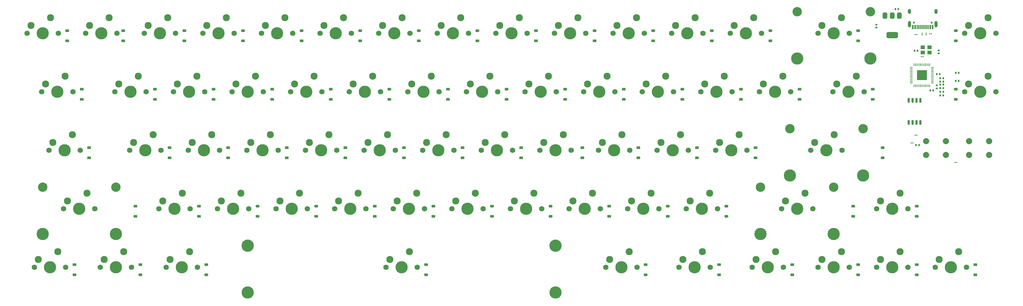
<source format=gbr>
%TF.GenerationSoftware,KiCad,Pcbnew,8.0.2*%
%TF.CreationDate,2024-06-13T00:17:43-07:00*%
%TF.ProjectId,keyboard_pcb,6b657962-6f61-4726-945f-7063622e6b69,1.0*%
%TF.SameCoordinates,Original*%
%TF.FileFunction,Soldermask,Bot*%
%TF.FilePolarity,Negative*%
%FSLAX46Y46*%
G04 Gerber Fmt 4.6, Leading zero omitted, Abs format (unit mm)*
G04 Created by KiCad (PCBNEW 8.0.2) date 2024-06-13 00:17:43*
%MOMM*%
%LPD*%
G01*
G04 APERTURE LIST*
G04 Aperture macros list*
%AMRoundRect*
0 Rectangle with rounded corners*
0 $1 Rounding radius*
0 $2 $3 $4 $5 $6 $7 $8 $9 X,Y pos of 4 corners*
0 Add a 4 corners polygon primitive as box body*
4,1,4,$2,$3,$4,$5,$6,$7,$8,$9,$2,$3,0*
0 Add four circle primitives for the rounded corners*
1,1,$1+$1,$2,$3*
1,1,$1+$1,$4,$5*
1,1,$1+$1,$6,$7*
1,1,$1+$1,$8,$9*
0 Add four rect primitives between the rounded corners*
20,1,$1+$1,$2,$3,$4,$5,0*
20,1,$1+$1,$4,$5,$6,$7,0*
20,1,$1+$1,$6,$7,$8,$9,0*
20,1,$1+$1,$8,$9,$2,$3,0*%
G04 Aperture macros list end*
%ADD10C,1.750000*%
%ADD11C,3.987800*%
%ADD12C,2.300000*%
%ADD13C,3.048000*%
%ADD14C,4.000000*%
%ADD15RoundRect,0.140000X0.140000X0.170000X-0.140000X0.170000X-0.140000X-0.170000X0.140000X-0.170000X0*%
%ADD16RoundRect,0.225000X0.375000X-0.225000X0.375000X0.225000X-0.375000X0.225000X-0.375000X-0.225000X0*%
%ADD17RoundRect,0.140000X-0.140000X-0.170000X0.140000X-0.170000X0.140000X0.170000X-0.140000X0.170000X0*%
%ADD18RoundRect,0.075000X0.125000X0.075000X-0.125000X0.075000X-0.125000X-0.075000X0.125000X-0.075000X0*%
%ADD19RoundRect,0.075000X0.075000X-0.125000X0.075000X0.125000X-0.075000X0.125000X-0.075000X-0.125000X0*%
%ADD20R,1.400000X1.200000*%
%ADD21RoundRect,0.140000X0.170000X-0.140000X0.170000X0.140000X-0.170000X0.140000X-0.170000X-0.140000X0*%
%ADD22RoundRect,0.050000X-0.387500X-0.050000X0.387500X-0.050000X0.387500X0.050000X-0.387500X0.050000X0*%
%ADD23RoundRect,0.050000X-0.050000X-0.387500X0.050000X-0.387500X0.050000X0.387500X-0.050000X0.387500X0*%
%ADD24RoundRect,0.144000X-1.456000X-1.456000X1.456000X-1.456000X1.456000X1.456000X-1.456000X1.456000X0*%
%ADD25RoundRect,0.075000X-0.125000X-0.075000X0.125000X-0.075000X0.125000X0.075000X-0.125000X0.075000X0*%
%ADD26C,2.000000*%
%ADD27RoundRect,0.140000X-0.170000X0.140000X-0.170000X-0.140000X0.170000X-0.140000X0.170000X0.140000X0*%
%ADD28RoundRect,0.375000X-0.375000X0.625000X-0.375000X-0.625000X0.375000X-0.625000X0.375000X0.625000X0*%
%ADD29RoundRect,0.500000X-1.400000X0.500000X-1.400000X-0.500000X1.400000X-0.500000X1.400000X0.500000X0*%
%ADD30RoundRect,0.150000X-0.150000X0.650000X-0.150000X-0.650000X0.150000X-0.650000X0.150000X0.650000X0*%
%ADD31C,0.650000*%
%ADD32R,0.600000X1.450000*%
%ADD33R,0.300000X1.450000*%
%ADD34O,1.000000X1.600000*%
%ADD35O,1.000000X2.100000*%
G04 APERTURE END LIST*
D10*
%TO.C,MX11*%
X242623965Y-96897866D03*
D11*
X247703965Y-96897866D03*
D10*
X252783965Y-96897866D03*
D12*
X243893965Y-94357866D03*
X250243965Y-91817866D03*
%TD*%
D10*
%TO.C,MX18*%
X99748965Y-115947866D03*
D11*
X104828965Y-115947866D03*
D10*
X109908965Y-115947866D03*
D12*
X101018965Y-113407866D03*
X107368965Y-110867866D03*
%TD*%
D10*
%TO.C,MX8*%
X185473965Y-96897866D03*
D11*
X190553965Y-96897866D03*
D10*
X195633965Y-96897866D03*
D12*
X186743965Y-94357866D03*
X193093965Y-91817866D03*
%TD*%
D10*
%TO.C,MX65*%
X328348965Y-173097866D03*
D11*
X333428965Y-173097866D03*
D10*
X338508965Y-173097866D03*
D12*
X329618965Y-170557866D03*
X335968965Y-168017866D03*
%TD*%
D13*
%TO.C,S1*%
X302472715Y-89912866D03*
D11*
X302472715Y-105152866D03*
D13*
X326285215Y-89912866D03*
D11*
X326285215Y-105152866D03*
%TD*%
D10*
%TO.C,MX29*%
X314061465Y-115947866D03*
D11*
X319141465Y-115947866D03*
D10*
X324221465Y-115947866D03*
D12*
X315331465Y-113407866D03*
X321681465Y-110867866D03*
%TD*%
D10*
%TO.C,MX14*%
X309298965Y-96897866D03*
D11*
X314378965Y-96897866D03*
D10*
X319458965Y-96897866D03*
D12*
X310568965Y-94357866D03*
X316918965Y-91817866D03*
%TD*%
D10*
%TO.C,MX43*%
X306917715Y-134997866D03*
D11*
X311997715Y-134997866D03*
D10*
X317077715Y-134997866D03*
D12*
X308187715Y-132457866D03*
X314537715Y-129917866D03*
%TD*%
D10*
%TO.C,MX48*%
X152136465Y-154047866D03*
D11*
X157216465Y-154047866D03*
D10*
X162296465Y-154047866D03*
D12*
X153406465Y-151507866D03*
X159756465Y-148967866D03*
%TD*%
D13*
%TO.C,S4*%
X290566465Y-147062866D03*
D11*
X290566465Y-162302866D03*
D13*
X314378965Y-147062866D03*
D11*
X314378965Y-162302866D03*
%TD*%
D10*
%TO.C,MX15*%
X356923965Y-96897866D03*
D11*
X362003965Y-96897866D03*
D10*
X367083965Y-96897866D03*
D12*
X358193965Y-94357866D03*
X364543965Y-91817866D03*
%TD*%
D10*
%TO.C,MX49*%
X171186465Y-154047866D03*
D11*
X176266465Y-154047866D03*
D10*
X181346465Y-154047866D03*
D12*
X172456465Y-151507866D03*
X178806465Y-148967866D03*
%TD*%
D10*
%TO.C,MX59*%
X97367715Y-173097866D03*
D11*
X102447715Y-173097866D03*
D10*
X107527715Y-173097866D03*
D12*
X98637715Y-170557866D03*
X104987715Y-168017866D03*
%TD*%
D10*
%TO.C,MX3*%
X90223965Y-96897866D03*
D11*
X95303965Y-96897866D03*
D10*
X100383965Y-96897866D03*
D12*
X91493965Y-94357866D03*
X97843965Y-91817866D03*
%TD*%
D14*
%TO.C,S5*%
X123878965Y-166112866D03*
D11*
X123878965Y-181352866D03*
D14*
X223891465Y-166112866D03*
D11*
X223891465Y-181352866D03*
%TD*%
D10*
%TO.C,MX55*%
X297392715Y-154047866D03*
D11*
X302472715Y-154047866D03*
D10*
X307552715Y-154047866D03*
D12*
X298662715Y-151507866D03*
X305012715Y-148967866D03*
%TD*%
D10*
%TO.C,MX27*%
X271198965Y-115947866D03*
D11*
X276278965Y-115947866D03*
D10*
X281358965Y-115947866D03*
D12*
X272468965Y-113407866D03*
X278818965Y-110867866D03*
%TD*%
D10*
%TO.C,MX50*%
X190236465Y-154047866D03*
D11*
X195316465Y-154047866D03*
D10*
X200396465Y-154047866D03*
D12*
X191506465Y-151507866D03*
X197856465Y-148967866D03*
%TD*%
D10*
%TO.C,MX25*%
X233098965Y-115947866D03*
D11*
X238178965Y-115947866D03*
D10*
X243258965Y-115947866D03*
D12*
X234368965Y-113407866D03*
X240718965Y-110867866D03*
%TD*%
D10*
%TO.C,MX7*%
X166423965Y-96897866D03*
D11*
X171503965Y-96897866D03*
D10*
X176583965Y-96897866D03*
D12*
X167693965Y-94357866D03*
X174043965Y-91817866D03*
%TD*%
D10*
%TO.C,MX61*%
X240242715Y-173097866D03*
D11*
X245322715Y-173097866D03*
D10*
X250402715Y-173097866D03*
D12*
X241512715Y-170557866D03*
X247862715Y-168017866D03*
%TD*%
D10*
%TO.C,MX36*%
X161661465Y-134997866D03*
D11*
X166741465Y-134997866D03*
D10*
X171821465Y-134997866D03*
D12*
X162931465Y-132457866D03*
X169281465Y-129917866D03*
%TD*%
D10*
%TO.C,MX1*%
X52123965Y-96897866D03*
D11*
X57203965Y-96897866D03*
D10*
X62283965Y-96897866D03*
D12*
X53393965Y-94357866D03*
X59743965Y-91817866D03*
%TD*%
D10*
%TO.C,MX35*%
X142611465Y-134997866D03*
D11*
X147691465Y-134997866D03*
D10*
X152771465Y-134997866D03*
D12*
X143881465Y-132457866D03*
X150231465Y-129917866D03*
%TD*%
D10*
%TO.C,MX52*%
X228336465Y-154047866D03*
D11*
X233416465Y-154047866D03*
D10*
X238496465Y-154047866D03*
D12*
X229606465Y-151507866D03*
X235956465Y-148967866D03*
%TD*%
D13*
%TO.C,S2*%
X300091465Y-128012866D03*
D11*
X300091465Y-143252866D03*
D13*
X323903965Y-128012866D03*
D11*
X323903965Y-143252866D03*
%TD*%
D10*
%TO.C,MX20*%
X137848965Y-115947866D03*
D11*
X142928965Y-115947866D03*
D10*
X148008965Y-115947866D03*
D12*
X139118965Y-113407866D03*
X145468965Y-110867866D03*
%TD*%
D10*
%TO.C,MX31*%
X59267715Y-134997866D03*
D11*
X64347715Y-134997866D03*
D10*
X69427715Y-134997866D03*
D12*
X60537715Y-132457866D03*
X66887715Y-129917866D03*
%TD*%
D10*
%TO.C,MX4*%
X109273965Y-96897866D03*
D11*
X114353965Y-96897866D03*
D10*
X119433965Y-96897866D03*
D12*
X110543965Y-94357866D03*
X116893965Y-91817866D03*
%TD*%
D10*
%TO.C,MX19*%
X118798965Y-115947866D03*
D11*
X123878965Y-115947866D03*
D10*
X128958965Y-115947866D03*
D12*
X120068965Y-113407866D03*
X126418965Y-110867866D03*
%TD*%
D10*
%TO.C,MX34*%
X123561465Y-134997866D03*
D11*
X128641465Y-134997866D03*
D10*
X133721465Y-134997866D03*
D12*
X124831465Y-132457866D03*
X131181465Y-129917866D03*
%TD*%
D10*
%TO.C,MX46*%
X114036465Y-154047866D03*
D11*
X119116465Y-154047866D03*
D10*
X124196465Y-154047866D03*
D12*
X115306465Y-151507866D03*
X121656465Y-148967866D03*
%TD*%
D10*
%TO.C,MX53*%
X247386465Y-154047866D03*
D11*
X252466465Y-154047866D03*
D10*
X257546465Y-154047866D03*
D12*
X248656465Y-151507866D03*
X255006465Y-148967866D03*
%TD*%
D10*
%TO.C,MX16*%
X56886465Y-115947866D03*
D11*
X61966465Y-115947866D03*
D10*
X67046465Y-115947866D03*
D12*
X58156465Y-113407866D03*
X64506465Y-110867866D03*
%TD*%
D10*
%TO.C,MX38*%
X199761465Y-134997866D03*
D11*
X204841465Y-134997866D03*
D10*
X209921465Y-134997866D03*
D12*
X201031465Y-132457866D03*
X207381465Y-129917866D03*
%TD*%
D10*
%TO.C,MX64*%
X309298965Y-173097866D03*
D11*
X314378965Y-173097866D03*
D10*
X319458965Y-173097866D03*
D12*
X310568965Y-170557866D03*
X316918965Y-168017866D03*
%TD*%
D10*
%TO.C,MX41*%
X256911465Y-134997866D03*
D11*
X261991465Y-134997866D03*
D10*
X267071465Y-134997866D03*
D12*
X258181465Y-132457866D03*
X264531465Y-129917866D03*
%TD*%
D10*
%TO.C,MX21*%
X156898965Y-115947866D03*
D11*
X161978965Y-115947866D03*
D10*
X167058965Y-115947866D03*
D12*
X158168965Y-113407866D03*
X164518965Y-110867866D03*
%TD*%
D10*
%TO.C,MX56*%
X328348965Y-154047866D03*
D11*
X333428965Y-154047866D03*
D10*
X338508965Y-154047866D03*
D12*
X329618965Y-151507866D03*
X335968965Y-148967866D03*
%TD*%
D10*
%TO.C,MX23*%
X194998965Y-115947866D03*
D11*
X200078965Y-115947866D03*
D10*
X205158965Y-115947866D03*
D12*
X196268965Y-113407866D03*
X202618965Y-110867866D03*
%TD*%
D10*
%TO.C,MX51*%
X209286465Y-154047866D03*
D11*
X214366465Y-154047866D03*
D10*
X219446465Y-154047866D03*
D12*
X210556465Y-151507866D03*
X216906465Y-148967866D03*
%TD*%
D10*
%TO.C,MX58*%
X75936465Y-173097866D03*
D11*
X81016465Y-173097866D03*
D10*
X86096465Y-173097866D03*
D12*
X77206465Y-170557866D03*
X83556465Y-168017866D03*
%TD*%
D10*
%TO.C,MX40*%
X237861465Y-134997866D03*
D11*
X242941465Y-134997866D03*
D10*
X248021465Y-134997866D03*
D12*
X239131465Y-132457866D03*
X245481465Y-129917866D03*
%TD*%
D10*
%TO.C,MX32*%
X85461465Y-134997866D03*
D11*
X90541465Y-134997866D03*
D10*
X95621465Y-134997866D03*
D12*
X86731465Y-132457866D03*
X93081465Y-129917866D03*
%TD*%
D10*
%TO.C,MX5*%
X128323965Y-96897866D03*
D11*
X133403965Y-96897866D03*
D10*
X138483965Y-96897866D03*
D12*
X129593965Y-94357866D03*
X135943965Y-91817866D03*
%TD*%
D10*
%TO.C,MX10*%
X223573965Y-96897866D03*
D11*
X228653965Y-96897866D03*
D10*
X233733965Y-96897866D03*
D12*
X224843965Y-94357866D03*
X231193965Y-91817866D03*
%TD*%
D10*
%TO.C,MX66*%
X347398965Y-173097866D03*
D11*
X352478965Y-173097866D03*
D10*
X357558965Y-173097866D03*
D12*
X348668965Y-170557866D03*
X355018965Y-168017866D03*
%TD*%
D10*
%TO.C,MX33*%
X104511465Y-134997866D03*
D11*
X109591465Y-134997866D03*
D10*
X114671465Y-134997866D03*
D12*
X105781465Y-132457866D03*
X112131465Y-129917866D03*
%TD*%
D10*
%TO.C,MX44*%
X64030215Y-154047866D03*
D11*
X69110215Y-154047866D03*
D10*
X74190215Y-154047866D03*
D12*
X65300215Y-151507866D03*
X71650215Y-148967866D03*
%TD*%
D10*
%TO.C,MX30*%
X356923965Y-115947866D03*
D11*
X362003965Y-115947866D03*
D10*
X367083965Y-115947866D03*
D12*
X358193965Y-113407866D03*
X364543965Y-110867866D03*
%TD*%
D10*
%TO.C,MX12*%
X261673965Y-96897866D03*
D11*
X266753965Y-96897866D03*
D10*
X271833965Y-96897866D03*
D12*
X262943965Y-94357866D03*
X269293965Y-91817866D03*
%TD*%
D13*
%TO.C,S3*%
X57203965Y-147062866D03*
D11*
X57203965Y-162302866D03*
D13*
X81016465Y-147062866D03*
D11*
X81016465Y-162302866D03*
%TD*%
D10*
%TO.C,MX63*%
X287867715Y-173097866D03*
D11*
X292947715Y-173097866D03*
D10*
X298027715Y-173097866D03*
D12*
X289137715Y-170557866D03*
X295487715Y-168017866D03*
%TD*%
D10*
%TO.C,MX6*%
X147373965Y-96897866D03*
D11*
X152453965Y-96897866D03*
D10*
X157533965Y-96897866D03*
D12*
X148643965Y-94357866D03*
X154993965Y-91817866D03*
%TD*%
D10*
%TO.C,MX17*%
X80698965Y-115947866D03*
D11*
X85778965Y-115947866D03*
D10*
X90858965Y-115947866D03*
D12*
X81968965Y-113407866D03*
X88318965Y-110867866D03*
%TD*%
D10*
%TO.C,MX54*%
X266436465Y-154047866D03*
D11*
X271516465Y-154047866D03*
D10*
X276596465Y-154047866D03*
D12*
X267706465Y-151507866D03*
X274056465Y-148967866D03*
%TD*%
D10*
%TO.C,MX26*%
X252148965Y-115947866D03*
D11*
X257228965Y-115947866D03*
D10*
X262308965Y-115947866D03*
D12*
X253418965Y-113407866D03*
X259768965Y-110867866D03*
%TD*%
D10*
%TO.C,MX22*%
X175948965Y-115947866D03*
D11*
X181028965Y-115947866D03*
D10*
X186108965Y-115947866D03*
D12*
X177218965Y-113407866D03*
X183568965Y-110867866D03*
%TD*%
D10*
%TO.C,MX47*%
X133086465Y-154047866D03*
D11*
X138166465Y-154047866D03*
D10*
X143246465Y-154047866D03*
D12*
X134356465Y-151507866D03*
X140706465Y-148967866D03*
%TD*%
D10*
%TO.C,MX13*%
X280723965Y-96897866D03*
D11*
X285803965Y-96897866D03*
D10*
X290883965Y-96897866D03*
D12*
X281993965Y-94357866D03*
X288343965Y-91817866D03*
%TD*%
D10*
%TO.C,MX62*%
X264055215Y-173097866D03*
D11*
X269135215Y-173097866D03*
D10*
X274215215Y-173097866D03*
D12*
X265325215Y-170557866D03*
X271675215Y-168017866D03*
%TD*%
D10*
%TO.C,MX60*%
X168805215Y-173097866D03*
D11*
X173885215Y-173097866D03*
D10*
X178965215Y-173097866D03*
D12*
X170075215Y-170557866D03*
X176425215Y-168017866D03*
%TD*%
D10*
%TO.C,MX28*%
X290248965Y-115947866D03*
D11*
X295328965Y-115947866D03*
D10*
X300408965Y-115947866D03*
D12*
X291518965Y-113407866D03*
X297868965Y-110867866D03*
%TD*%
D10*
%TO.C,MX45*%
X94986465Y-154047866D03*
D11*
X100066465Y-154047866D03*
D10*
X105146465Y-154047866D03*
D12*
X96256465Y-151507866D03*
X102606465Y-148967866D03*
%TD*%
D10*
%TO.C,MX2*%
X71173965Y-96897866D03*
D11*
X76253965Y-96897866D03*
D10*
X81333965Y-96897866D03*
D12*
X72443965Y-94357866D03*
X78793965Y-91817866D03*
%TD*%
D10*
%TO.C,MX24*%
X214048965Y-115947866D03*
D11*
X219128965Y-115947866D03*
D10*
X224208965Y-115947866D03*
D12*
X215318965Y-113407866D03*
X221668965Y-110867866D03*
%TD*%
D10*
%TO.C,MX9*%
X204523965Y-96897866D03*
D11*
X209603965Y-96897866D03*
D10*
X214683965Y-96897866D03*
D12*
X205793965Y-94357866D03*
X212143965Y-91817866D03*
%TD*%
D10*
%TO.C,MX57*%
X54505215Y-173097866D03*
D11*
X59585215Y-173097866D03*
D10*
X64665215Y-173097866D03*
D12*
X55775215Y-170557866D03*
X62125215Y-168017866D03*
%TD*%
D10*
%TO.C,MX42*%
X275961465Y-134997866D03*
D11*
X281041465Y-134997866D03*
D10*
X286121465Y-134997866D03*
D12*
X277231465Y-132457866D03*
X283581465Y-129917866D03*
%TD*%
D10*
%TO.C,MX37*%
X180711465Y-134997866D03*
D11*
X185791465Y-134997866D03*
D10*
X190871465Y-134997866D03*
D12*
X181981465Y-132457866D03*
X188331465Y-129917866D03*
%TD*%
D10*
%TO.C,MX39*%
X218811465Y-134997866D03*
D11*
X223891465Y-134997866D03*
D10*
X228971465Y-134997866D03*
D12*
X220081465Y-132457866D03*
X226431465Y-129917866D03*
%TD*%
D15*
%TO.C,C3*%
X355000000Y-109750000D03*
X354040000Y-109750000D03*
%TD*%
D16*
%TO.C,D38*%
X212778965Y-137441616D03*
X212778965Y-134141616D03*
%TD*%
D17*
%TO.C,C11*%
X349006465Y-111540366D03*
X349966465Y-111540366D03*
%TD*%
D16*
%TO.C,D48*%
X165153965Y-156491616D03*
X165153965Y-153191616D03*
%TD*%
D18*
%TO.C,R4*%
X354277179Y-139010366D03*
X353777179Y-139010366D03*
%TD*%
D16*
%TO.C,D52*%
X241353965Y-156491616D03*
X241353965Y-153191616D03*
%TD*%
D17*
%TO.C,C14*%
X341136465Y-133310366D03*
X342096465Y-133310366D03*
%TD*%
D16*
%TO.C,D30*%
X354066465Y-118391616D03*
X354066465Y-115091616D03*
%TD*%
D17*
%TO.C,C5*%
X347866465Y-110160366D03*
X348826465Y-110160366D03*
%TD*%
D16*
%TO.C,D2*%
X83397715Y-99341616D03*
X83397715Y-96041616D03*
%TD*%
%TO.C,D64*%
X322316465Y-175541616D03*
X322316465Y-172241616D03*
%TD*%
%TO.C,D59*%
X110385215Y-175541616D03*
X110385215Y-172241616D03*
%TD*%
%TO.C,D31*%
X72285215Y-137441616D03*
X72285215Y-134141616D03*
%TD*%
%TO.C,D20*%
X150866465Y-118391616D03*
X150866465Y-115091616D03*
%TD*%
%TO.C,D57*%
X67522715Y-175541616D03*
X67522715Y-172241616D03*
%TD*%
D19*
%TO.C,R3*%
X344366465Y-97441317D03*
X344366465Y-96941317D03*
%TD*%
D16*
%TO.C,D41*%
X269928965Y-137441616D03*
X269928965Y-134141616D03*
%TD*%
%TO.C,D8*%
X198491465Y-99341616D03*
X198491465Y-96041616D03*
%TD*%
%TO.C,D16*%
X69903965Y-118391616D03*
X69903965Y-115091616D03*
%TD*%
%TO.C,D14*%
X322316465Y-99341616D03*
X322316465Y-96041616D03*
%TD*%
%TO.C,D6*%
X160391465Y-99341616D03*
X160391465Y-96041616D03*
%TD*%
D17*
%TO.C,C7*%
X349006465Y-114760366D03*
X349966465Y-114760366D03*
%TD*%
D16*
%TO.C,D1*%
X65141465Y-99341616D03*
X65141465Y-96041616D03*
%TD*%
%TO.C,D4*%
X122291465Y-99341616D03*
X122291465Y-96041616D03*
%TD*%
%TO.C,D39*%
X232622715Y-137441616D03*
X232622715Y-134141616D03*
%TD*%
%TO.C,D35*%
X155628965Y-137441616D03*
X155628965Y-134141616D03*
%TD*%
D20*
%TO.C,Y1*%
X345466465Y-103160366D03*
X343266465Y-103160366D03*
X343266465Y-101460366D03*
X345466465Y-101460366D03*
%TD*%
D17*
%TO.C,C12*%
X345770000Y-115500000D03*
X346730000Y-115500000D03*
%TD*%
D16*
%TO.C,D17*%
X93716465Y-118391616D03*
X93716465Y-115091616D03*
%TD*%
%TO.C,D37*%
X193728965Y-137441616D03*
X193728965Y-134141616D03*
%TD*%
%TO.C,D22*%
X188966465Y-118391616D03*
X188966465Y-115091616D03*
%TD*%
%TO.C,D43*%
X330253965Y-137441616D03*
X330253965Y-134141616D03*
%TD*%
D17*
%TO.C,C8*%
X349006465Y-115960366D03*
X349966465Y-115960366D03*
%TD*%
D16*
%TO.C,D29*%
X327078965Y-118391616D03*
X327078965Y-115091616D03*
%TD*%
%TO.C,D63*%
X300885215Y-175541616D03*
X300885215Y-172241616D03*
%TD*%
D18*
%TO.C,R1*%
X341366465Y-97310366D03*
X340866465Y-97310366D03*
%TD*%
D16*
%TO.C,D60*%
X181822715Y-175541616D03*
X181822715Y-172241616D03*
%TD*%
%TO.C,D51*%
X222303965Y-156491616D03*
X222303965Y-153191616D03*
%TD*%
%TO.C,D3*%
X103241465Y-99341616D03*
X103241465Y-96041616D03*
%TD*%
%TO.C,D44*%
X87366465Y-156491616D03*
X87366465Y-153191616D03*
%TD*%
%TO.C,D47*%
X146103965Y-156491616D03*
X146103965Y-153191616D03*
%TD*%
D15*
%TO.C,C4*%
X355000000Y-112410366D03*
X354040000Y-112410366D03*
%TD*%
D16*
%TO.C,D40*%
X250878965Y-137441616D03*
X250878965Y-134141616D03*
%TD*%
%TO.C,D56*%
X341366465Y-156491616D03*
X341366465Y-153191616D03*
%TD*%
D15*
%TO.C,C15*%
X341616465Y-102560366D03*
X340656465Y-102560366D03*
%TD*%
D17*
%TO.C,C9*%
X349006465Y-117160366D03*
X349966465Y-117160366D03*
%TD*%
D16*
%TO.C,D54*%
X279453965Y-156491616D03*
X279453965Y-153191616D03*
%TD*%
%TO.C,D49*%
X184203965Y-156491616D03*
X184203965Y-153191616D03*
%TD*%
%TO.C,D25*%
X246116465Y-118391616D03*
X246116465Y-115091616D03*
%TD*%
%TO.C,D21*%
X169916465Y-118391616D03*
X169916465Y-115091616D03*
%TD*%
D15*
%TO.C,C1*%
X335346465Y-89060366D03*
X334386465Y-89060366D03*
%TD*%
D17*
%TO.C,C10*%
X349006465Y-112640366D03*
X349966465Y-112640366D03*
%TD*%
D16*
%TO.C,D28*%
X303266465Y-118391616D03*
X303266465Y-115091616D03*
%TD*%
%TO.C,D24*%
X227066465Y-118391616D03*
X227066465Y-115091616D03*
%TD*%
D21*
%TO.C,C2*%
X328266465Y-95040366D03*
X328266465Y-94080366D03*
%TD*%
D22*
%TO.C,U3*%
X339591465Y-113160366D03*
X339591465Y-112760366D03*
X339591465Y-112360366D03*
X339591465Y-111960366D03*
X339591465Y-111560366D03*
X339591465Y-111160366D03*
X339591465Y-110760366D03*
X339591465Y-110360366D03*
X339591465Y-109960366D03*
X339591465Y-109560366D03*
X339591465Y-109160366D03*
X339591465Y-108760366D03*
X339591465Y-108360366D03*
X339591465Y-107960366D03*
D23*
X340428965Y-107122866D03*
X340828965Y-107122866D03*
X341228965Y-107122866D03*
X341628965Y-107122866D03*
X342028965Y-107122866D03*
X342428965Y-107122866D03*
X342828965Y-107122866D03*
X343228965Y-107122866D03*
X343628965Y-107122866D03*
X344028965Y-107122866D03*
X344428965Y-107122866D03*
X344828965Y-107122866D03*
X345228965Y-107122866D03*
X345628965Y-107122866D03*
D22*
X346466465Y-107960366D03*
X346466465Y-108360366D03*
X346466465Y-108760366D03*
X346466465Y-109160366D03*
X346466465Y-109560366D03*
X346466465Y-109960366D03*
X346466465Y-110360366D03*
X346466465Y-110760366D03*
X346466465Y-111160366D03*
X346466465Y-111560366D03*
X346466465Y-111960366D03*
X346466465Y-112360366D03*
X346466465Y-112760366D03*
X346466465Y-113160366D03*
D23*
X345628965Y-113997866D03*
X345228965Y-113997866D03*
X344828965Y-113997866D03*
X344428965Y-113997866D03*
X344028965Y-113997866D03*
X343628965Y-113997866D03*
X343228965Y-113997866D03*
X342828965Y-113997866D03*
X342428965Y-113997866D03*
X342028965Y-113997866D03*
X341628965Y-113997866D03*
X341228965Y-113997866D03*
X340828965Y-113997866D03*
X340428965Y-113997866D03*
D24*
X343028965Y-110560366D03*
%TD*%
D16*
%TO.C,D53*%
X260403965Y-156491616D03*
X260403965Y-153191616D03*
%TD*%
D19*
%TO.C,R5*%
X343116465Y-97444690D03*
X343116465Y-96944690D03*
%TD*%
D25*
%TO.C,R2*%
X345616465Y-97060366D03*
X346116465Y-97060366D03*
%TD*%
D16*
%TO.C,D26*%
X265166465Y-118391616D03*
X265166465Y-115091616D03*
%TD*%
%TO.C,D45*%
X108003965Y-156491616D03*
X108003965Y-153191616D03*
%TD*%
%TO.C,D55*%
X320728965Y-156491616D03*
X320728965Y-153191616D03*
%TD*%
%TO.C,D33*%
X117528965Y-137441616D03*
X117528965Y-134141616D03*
%TD*%
D26*
%TO.C,SW2*%
X364866465Y-132010366D03*
X358366465Y-132010366D03*
X364866465Y-136510366D03*
X358366465Y-136510366D03*
%TD*%
D27*
%TO.C,C13*%
X347866465Y-113880366D03*
X347866465Y-114840366D03*
%TD*%
D16*
%TO.C,D9*%
X217541465Y-99341616D03*
X217541465Y-96041616D03*
%TD*%
D18*
%TO.C,R8*%
X340116465Y-132660366D03*
X339616465Y-132660366D03*
%TD*%
D16*
%TO.C,D65*%
X341366465Y-175541616D03*
X341366465Y-172241616D03*
%TD*%
%TO.C,D32*%
X98478965Y-137441616D03*
X98478965Y-134141616D03*
%TD*%
%TO.C,D50*%
X203253965Y-156491616D03*
X203253965Y-153191616D03*
%TD*%
%TO.C,D66*%
X360416465Y-175541616D03*
X360416465Y-172241616D03*
%TD*%
%TO.C,D15*%
X354066465Y-99341616D03*
X354066465Y-96041616D03*
%TD*%
%TO.C,D27*%
X284216465Y-118391616D03*
X284216465Y-115091616D03*
%TD*%
%TO.C,D7*%
X179441465Y-99341616D03*
X179441465Y-96041616D03*
%TD*%
D26*
%TO.C,SW1*%
X350866465Y-132060366D03*
X344366465Y-132060366D03*
X350866465Y-136560366D03*
X344366465Y-136560366D03*
%TD*%
D16*
%TO.C,D10*%
X236591465Y-99341616D03*
X236591465Y-96041616D03*
%TD*%
D27*
%TO.C,C16*%
X348466465Y-102480366D03*
X348466465Y-103440366D03*
%TD*%
D16*
%TO.C,D18*%
X112766465Y-118391616D03*
X112766465Y-115091616D03*
%TD*%
%TO.C,D61*%
X253260215Y-175541616D03*
X253260215Y-172241616D03*
%TD*%
%TO.C,D34*%
X136578965Y-137441616D03*
X136578965Y-134141616D03*
%TD*%
D28*
%TO.C,U1*%
X331066465Y-91160366D03*
X333366465Y-91160366D03*
D29*
X333366465Y-97460366D03*
D28*
X335666465Y-91160366D03*
%TD*%
D16*
%TO.C,D23*%
X208016465Y-118391616D03*
X208016465Y-115091616D03*
%TD*%
%TO.C,D58*%
X88953965Y-175541616D03*
X88953965Y-172241616D03*
%TD*%
%TO.C,D36*%
X174678965Y-137441616D03*
X174678965Y-134141616D03*
%TD*%
%TO.C,D62*%
X277072715Y-175541616D03*
X277072715Y-172241616D03*
%TD*%
%TO.C,D46*%
X127053965Y-156491616D03*
X127053965Y-153191616D03*
%TD*%
D30*
%TO.C,U2*%
X338761465Y-118710366D03*
X340031465Y-118710366D03*
X341301465Y-118710366D03*
X342571465Y-118710366D03*
X342571465Y-125910366D03*
X341301465Y-125910366D03*
X340031465Y-125910366D03*
X338761465Y-125910366D03*
%TD*%
D16*
%TO.C,D11*%
X255641465Y-99341616D03*
X255641465Y-96041616D03*
%TD*%
%TO.C,D19*%
X131816465Y-118391616D03*
X131816465Y-115091616D03*
%TD*%
%TO.C,D5*%
X141341465Y-99341616D03*
X141341465Y-96041616D03*
%TD*%
D18*
%TO.C,R6*%
X341341465Y-130060366D03*
X340841465Y-130060366D03*
%TD*%
D16*
%TO.C,D13*%
X293741465Y-99341616D03*
X293741465Y-96041616D03*
%TD*%
D18*
%TO.C,R7*%
X343366465Y-104560366D03*
X342866465Y-104560366D03*
%TD*%
D16*
%TO.C,D42*%
X288978965Y-137441616D03*
X288978965Y-134141616D03*
%TD*%
D31*
%TO.C,J1*%
X340415215Y-93404116D03*
X346195215Y-93404116D03*
D32*
X340055215Y-94849116D03*
X340855215Y-94849116D03*
D33*
X342055215Y-94849116D03*
X343055215Y-94849116D03*
X343555215Y-94849116D03*
X344555215Y-94849116D03*
D32*
X345755215Y-94849116D03*
X346555215Y-94849116D03*
X346555215Y-94849116D03*
X345755215Y-94849116D03*
D33*
X345055215Y-94849116D03*
X344055215Y-94849116D03*
X342555215Y-94849116D03*
X341555215Y-94849116D03*
D32*
X340855215Y-94849116D03*
X340055215Y-94849116D03*
D34*
X338985215Y-89754116D03*
D35*
X338985215Y-93934116D03*
D34*
X347625215Y-89754116D03*
D35*
X347625215Y-93934116D03*
%TD*%
D16*
%TO.C,D12*%
X274691465Y-99341616D03*
X274691465Y-96041616D03*
%TD*%
D17*
%TO.C,C6*%
X349006465Y-113560366D03*
X349966465Y-113560366D03*
%TD*%
M02*

</source>
